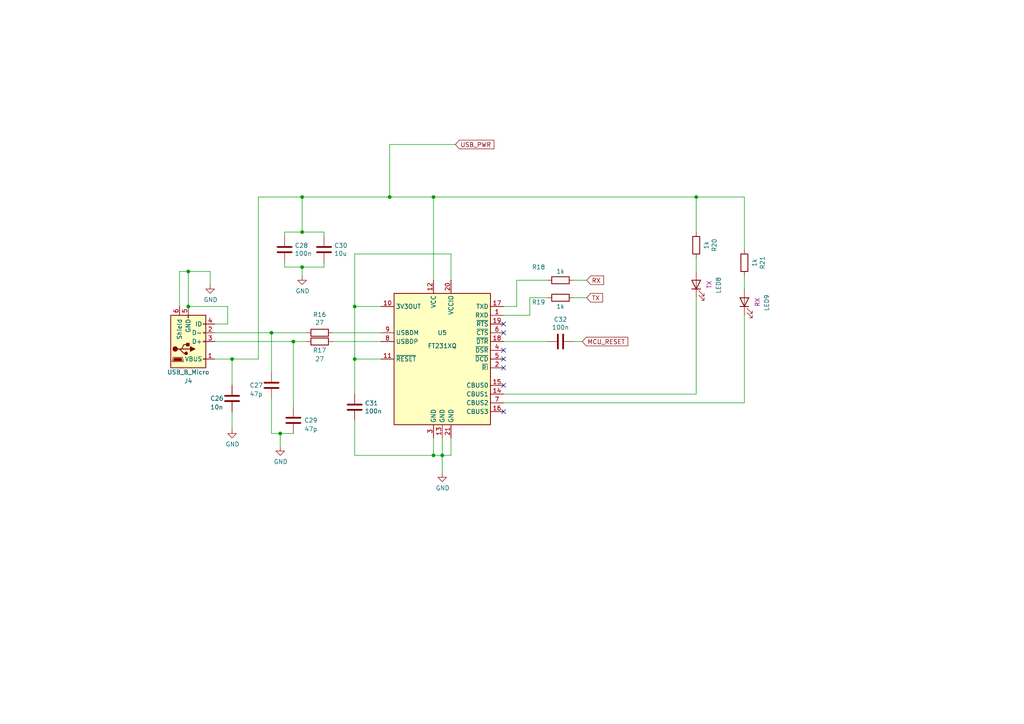
<source format=kicad_sch>
(kicad_sch (version 20230121) (generator eeschema)
  (paper "A4")
  (lib_symbols
    (symbol "Connector:USB_B_Micro" (pin_names (offset 1.016))
      (property "Reference" "J" (at -5.08 11.43 0))
      (property "Value" "USB_B_Micro" (at -5.08 8.89 0))
      (symbol "USB_B_Micro_0_1"
        (rectangle (start -5.08 -7.62) (end 5.08 7.62) (stroke (width 0.254)) (fill (type background)))
        (circle (center -3.81 2.159) (radius 0.635) (stroke (width 0.254)) (fill (type outline)))
        (circle (center -0.635 3.429) (radius 0.381) (stroke (width 0.254)) (fill (type outline)))
        (rectangle (start -0.127 -7.62) (end 0.127 -6.858))
        (polyline (pts (xy -1.905 2.159) (xy 0.635 2.159)) (stroke (width 0.254)))
        (polyline (pts (xy -3.175 2.159) (xy -2.54 2.159) (xy -1.27 3.429) (xy -0.635 3.429)) (stroke (width 0.254)))
        (polyline (pts (xy -2.54 2.159) (xy -1.905 2.159) (xy -1.27 0.889) (xy 0 0.889)) (stroke (width 0.254)))
        (polyline (pts (xy 0.635 2.794) (xy 0.635 1.524) (xy 1.905 2.159) (xy 0.635 2.794)) (stroke (width 0.254)) (fill (type outline)))
        (polyline (pts (xy -4.318 5.588) (xy -1.778 5.588) (xy -2.032 4.826) (xy -4.064 4.826) (xy -4.318 5.588)) (fill (type outline)))
        (polyline (pts (xy -4.699 5.842) (xy -4.699 5.588) (xy -4.445 4.826) (xy -4.445 4.572) (xy -1.651 4.572) (xy -1.651 4.826) (xy -1.397 5.588) (xy -1.397 5.842) (xy -4.699 5.842)))
        (rectangle (start 0.254 1.27) (end -0.508 0.508) (stroke (width 0.254)) (fill (type outline)))
        (rectangle (start 5.08 -5.207) (end 4.318 -4.953))
        (rectangle (start 5.08 -2.667) (end 4.318 -2.413))
        (rectangle (start 5.08 -0.127) (end 4.318 0.127))
        (rectangle (start 5.08 4.953) (end 4.318 5.207))
      )
      (symbol "USB_B_Micro_1_1"
        (pin power_out line (at 7.62 5.08 180) (length 2.54) (name "VBUS") (number "1"))
        (pin bidirectional line (at 7.62 -2.54 180) (length 2.54) (name "D-") (number "2"))
        (pin bidirectional line (at 7.62 0 180) (length 2.54) (name "D+") (number "3"))
        (pin passive line (at 7.62 -5.08 180) (length 2.54) (name "ID") (number "4"))
        (pin power_out line (at 0 -10.16 90) (length 2.54) (name "GND") (number "5"))
        (pin passive line (at -2.54 -10.16 90) (length 2.54) (name "Shield") (number "6"))
      )
    )
    (symbol "Device:C" (pin_numbers hide) (pin_names (offset 0.254))
      (property "Reference" "C" (at 0.635 2.54 0))
      (property "Value" "C" (at 0.635 -2.54 0))
      (symbol "C_0_1"
        (polyline (pts (xy -2.032 -0.762) (xy 2.032 -0.762)) (stroke (width 0.508)))
        (polyline (pts (xy -2.032 0.762) (xy 2.032 0.762)) (stroke (width 0.508)))
      )
      (symbol "C_1_1"
        (pin passive line (at 0 3.81 270) (length 2.794) (name "~") (number "1"))
        (pin passive line (at 0 -3.81 90) (length 2.794) (name "~") (number "2"))
      )
    )
    (symbol "Device:LED" (pin_numbers hide) (pin_names (offset 1.016) hide)
      (property "Reference" "D" (at 0 2.54 0))
      (property "Value" "LED" (at 0 -2.54 0))
      (symbol "LED_0_1"
        (polyline (pts (xy -1.27 -1.27) (xy -1.27 1.27)) (stroke (width 0.254)))
        (polyline (pts (xy -1.27 0) (xy 1.27 0)))
        (polyline (pts (xy 1.27 -1.27) (xy 1.27 1.27) (xy -1.27 0) (xy 1.27 -1.27)) (stroke (width 0.254)))
        (polyline (pts (xy -3.048 -0.762) (xy -4.572 -2.286) (xy -3.81 -2.286) (xy -4.572 -2.286) (xy -4.572 -1.524)))
        (polyline (pts (xy -1.778 -0.762) (xy -3.302 -2.286) (xy -2.54 -2.286) (xy -3.302 -2.286) (xy -3.302 -1.524)))
      )
      (symbol "LED_1_1"
        (pin passive line (at -3.81 0 0) (length 2.54) (name "K") (number "1"))
        (pin passive line (at 3.81 0 180) (length 2.54) (name "A") (number "2"))
      )
    )
    (symbol "Device:R" (pin_numbers hide) (pin_names (offset 0))
      (property "Reference" "R" (at 2.032 0 90))
      (property "Value" "R" (at 0 0 90))
      (symbol "R_0_1"
        (rectangle (start -1.016 -2.54) (end 1.016 2.54) (stroke (width 0.254)))
      )
      (symbol "R_1_1"
        (pin passive line (at 0 3.81 270) (length 1.27) (name "~") (number "1"))
        (pin passive line (at 0 -3.81 90) (length 1.27) (name "~") (number "2"))
      )
    )
    (symbol "Interface_USB:FT231XQ"
      (property "Reference" "U" (at -13.97 20.32 0))
      (property "Value" "FT231XQ" (at 6.35 20.32 0))
      (symbol "FT231XQ_0_1"
        (rectangle (start -13.97 19.05) (end 13.97 -19.05) (stroke (width 0.254)) (fill (type background)))
      )
      (symbol "FT231XQ_1_1"
        (pin input line (at 17.78 12.7 180) (length 3.81) (name "RXD") (number "1"))
        (pin power_out line (at -17.78 15.24 0) (length 3.81) (name "3V3OUT") (number "10"))
        (pin input line (at -17.78 0 0) (length 3.81) (name "~{RESET}") (number "11"))
        (pin power_in line (at -2.54 22.86 270) (length 3.81) (name "VCC") (number "12"))
        (pin power_in line (at 0 -22.86 90) (length 3.81) (name "GND") (number "13"))
        (pin bidirectional line (at 17.78 -10.16 180) (length 3.81) (name "CBUS1") (number "14"))
        (pin bidirectional line (at 17.78 -7.62 180) (length 3.81) (name "CBUS0") (number "15"))
        (pin bidirectional line (at 17.78 -15.24 180) (length 3.81) (name "CBUS3") (number "16"))
        (pin output line (at 17.78 15.24 180) (length 3.81) (name "TXD") (number "17"))
        (pin output line (at 17.78 5.08 180) (length 3.81) (name "~{DTR}") (number "18"))
        (pin output line (at 17.78 10.16 180) (length 3.81) (name "~{RTS}") (number "19"))
        (pin input line (at 17.78 -2.54 180) (length 3.81) (name "~{RI}") (number "2"))
        (pin power_in line (at 2.54 22.86 270) (length 3.81) (name "VCCIO") (number "20"))
        (pin power_in line (at 2.54 -22.86 90) (length 3.81) (name "GND") (number "21"))
        (pin power_in line (at -2.54 -22.86 90) (length 3.81) (name "GND") (number "3"))
        (pin input line (at 17.78 2.54 180) (length 3.81) (name "~{DSR}") (number "4"))
        (pin input line (at 17.78 0 180) (length 3.81) (name "~{DCD}") (number "5"))
        (pin input line (at 17.78 7.62 180) (length 3.81) (name "~{CTS}") (number "6"))
        (pin bidirectional line (at 17.78 -12.7 180) (length 3.81) (name "CBUS2") (number "7"))
        (pin bidirectional line (at -17.78 5.08 0) (length 3.81) (name "USBDP") (number "8"))
        (pin bidirectional line (at -17.78 7.62 0) (length 3.81) (name "USBDM") (number "9"))
      )
    )
    (symbol "power:GND" (power) (pin_names (offset 0))
      (property "Value" "GND" (at 0 -3.81 0))
      (symbol "GND_0_1"
        (polyline (pts (xy 0 0) (xy 0 -1.27) (xy 1.27 -1.27) (xy 0 -2.54) (xy -1.27 -1.27) (xy 0 -1.27)))
      )
      (symbol "GND_1_1"
        (pin power_in line (at 0 0 270) (length 0) hide (name "GND") (number "1"))
      )
    )
  )
  (junction (at 128.27 132.08))
  (junction (at 87.63 77.47))
  (junction (at 125.73 132.08))
  (junction (at 67.31 104.14))
  (junction (at 201.93 57.15))
  (junction (at 102.87 88.9))
  (junction (at 102.87 104.14))
  (junction (at 54.61 78.74))
  (junction (at 54.61 88.9))
  (junction (at 78.74 96.52))
  (junction (at 125.73 57.15))
  (junction (at 87.63 57.15))
  (junction (at 81.28 125.73))
  (junction (at 113.03 57.15))
  (junction (at 87.63 67.31))
  (junction (at 85.09 99.06))
  (no_connect (at 146.05 111.76))
  (no_connect (at 146.05 96.52))
  (no_connect (at 146.05 106.68))
  (no_connect (at 146.05 93.98))
  (no_connect (at 146.05 104.14))
  (no_connect (at 146.05 101.6))
  (no_connect (at 146.05 119.38))
  (wire (pts (xy 166.37 86.36) (xy 170.18 86.36)))
  (wire (pts (xy 166.37 81.28) (xy 170.18 81.28)))
  (wire (pts (xy 96.52 99.06) (xy 110.49 99.06)))
  (wire (pts (xy 128.27 127) (xy 128.27 132.08)))
  (wire (pts (xy 201.93 57.15) (xy 201.93 67.31)))
  (wire (pts (xy 81.28 129.54) (xy 81.28 125.73)))
  (wire (pts (xy 60.96 82.55) (xy 60.96 78.74)))
  (wire (pts (xy 201.93 114.3) (xy 201.93 86.36)))
  (wire (pts (xy 146.05 116.84) (xy 215.9 116.84)))
  (wire (pts (xy 54.61 88.9) (xy 54.61 78.74)))
  (wire (pts (xy 93.98 76.2) (xy 93.98 77.47)))
  (wire (pts (xy 62.23 99.06) (xy 85.09 99.06)))
  (wire (pts (xy 87.63 67.31) (xy 87.63 57.15)))
  (wire (pts (xy 130.81 132.08) (xy 130.81 127)))
  (wire (pts (xy 113.03 57.15) (xy 125.73 57.15)))
  (wire (pts (xy 113.03 41.91) (xy 113.03 57.15)))
  (wire (pts (xy 87.63 67.31) (xy 93.98 67.31)))
  (wire (pts (xy 110.49 104.14) (xy 102.87 104.14)))
  (wire (pts (xy 78.74 96.52) (xy 62.23 96.52)))
  (wire (pts (xy 54.61 78.74) (xy 60.96 78.74)))
  (wire (pts (xy 52.07 88.9) (xy 52.07 78.74)))
  (wire (pts (xy 102.87 121.92) (xy 102.87 132.08)))
  (wire (pts (xy 66.04 93.98) (xy 66.04 88.9)))
  (wire (pts (xy 85.09 118.11) (xy 85.09 99.06)))
  (wire (pts (xy 93.98 67.31) (xy 93.98 68.58)))
  (wire (pts (xy 88.9 96.52) (xy 78.74 96.52)))
  (wire (pts (xy 146.05 114.3) (xy 201.93 114.3)))
  (wire (pts (xy 74.93 104.14) (xy 74.93 57.15)))
  (wire (pts (xy 158.75 81.28) (xy 149.86 81.28)))
  (wire (pts (xy 78.74 107.95) (xy 78.74 96.52)))
  (wire (pts (xy 93.98 77.47) (xy 87.63 77.47)))
  (wire (pts (xy 96.52 96.52) (xy 110.49 96.52)))
  (wire (pts (xy 215.9 80.01) (xy 215.9 83.82)))
  (wire (pts (xy 215.9 57.15) (xy 215.9 72.39)))
  (wire (pts (xy 110.49 88.9) (xy 102.87 88.9)))
  (wire (pts (xy 82.55 67.31) (xy 87.63 67.31)))
  (wire (pts (xy 82.55 68.58) (xy 82.55 67.31)))
  (wire (pts (xy 85.09 99.06) (xy 88.9 99.06)))
  (wire (pts (xy 52.07 78.74) (xy 54.61 78.74)))
  (wire (pts (xy 82.55 77.47) (xy 87.63 77.47)))
  (wire (pts (xy 201.93 74.93) (xy 201.93 78.74)))
  (wire (pts (xy 102.87 132.08) (xy 125.73 132.08)))
  (wire (pts (xy 128.27 137.16) (xy 128.27 132.08)))
  (wire (pts (xy 78.74 115.57) (xy 78.74 125.73)))
  (wire (pts (xy 67.31 104.14) (xy 74.93 104.14)))
  (wire (pts (xy 149.86 81.28) (xy 149.86 88.9)))
  (wire (pts (xy 125.73 81.28) (xy 125.73 57.15)))
  (wire (pts (xy 81.28 125.73) (xy 85.09 125.73)))
  (wire (pts (xy 102.87 88.9) (xy 102.87 73.66)))
  (wire (pts (xy 102.87 104.14) (xy 102.87 88.9)))
  (wire (pts (xy 67.31 119.38) (xy 67.31 124.46)))
  (wire (pts (xy 215.9 116.84) (xy 215.9 91.44)))
  (wire (pts (xy 166.37 99.06) (xy 168.91 99.06)))
  (wire (pts (xy 74.93 57.15) (xy 87.63 57.15)))
  (wire (pts (xy 128.27 132.08) (xy 130.81 132.08)))
  (wire (pts (xy 87.63 57.15) (xy 113.03 57.15)))
  (wire (pts (xy 62.23 104.14) (xy 67.31 104.14)))
  (wire (pts (xy 78.74 125.73) (xy 81.28 125.73)))
  (wire (pts (xy 102.87 73.66) (xy 130.81 73.66)))
  (wire (pts (xy 158.75 86.36) (xy 153.67 86.36)))
  (wire (pts (xy 146.05 99.06) (xy 158.75 99.06)))
  (wire (pts (xy 149.86 88.9) (xy 146.05 88.9)))
  (wire (pts (xy 82.55 76.2) (xy 82.55 77.47)))
  (wire (pts (xy 62.23 93.98) (xy 66.04 93.98)))
  (wire (pts (xy 125.73 57.15) (xy 201.93 57.15)))
  (wire (pts (xy 113.03 41.91) (xy 132.08 41.91)))
  (wire (pts (xy 130.81 81.28) (xy 130.81 73.66)))
  (wire (pts (xy 66.04 88.9) (xy 54.61 88.9)))
  (wire (pts (xy 215.9 57.15) (xy 201.93 57.15)))
  (wire (pts (xy 125.73 127) (xy 125.73 132.08)))
  (wire (pts (xy 102.87 104.14) (xy 102.87 114.3)))
  (wire (pts (xy 125.73 132.08) (xy 128.27 132.08)))
  (wire (pts (xy 87.63 77.47) (xy 87.63 80.01)))
  (wire (pts (xy 146.05 91.44) (xy 153.67 91.44)))
  (wire (pts (xy 67.31 111.76) (xy 67.31 104.14)))
  (wire (pts (xy 153.67 91.44) (xy 153.67 86.36)))
  (global_label "USB_PWR" (shape input) (at 132.08 41.91 0) (property "Intersheetrefs" "${INTERSHEET_REFS}" (effects hide)))
  (global_label "RX" (shape input) (at 170.18 81.28 0) (property "Intersheetrefs" "${INTERSHEET_REFS}" (effects hide)))
  (global_label "TX" (shape input) (at 170.18 86.36 0) (property "Intersheetrefs" "${INTERSHEET_REFS}" (effects hide)))
  (global_label "MCU_RESET" (shape input) (at 168.91 99.06 0) (property "Intersheetrefs" "${INTERSHEET_REFS}" (effects hide)))
  (symbol (lib_id "Device:LED") (at 215.9 87.63 90) (unit 1)
    (property "Reference" "LED9" (at 222.377 87.8078 0))
    (property "Value" "RX" (effects hide))
    (property "Footprint" "LED_SMD:LED_0603_1608Metric_Pad1.05x0.95mm_HandSolder" (effects hide))
    (property "Label" "RX" (at 219.71 87.63 0))
    (instances (project "DataIOTest" (path "" (reference "LED9") (unit 1)) (path "" (reference "LED10") (unit 1))) (project "unicheck" (path "" (reference "LED5") (unit 1)) (path "" (reference "LED?") (unit 1))))
  )
  (symbol (lib_id "power:GND") (at 87.63 80.01 0) (unit 1)
    (property "Reference" "#PWR047" (effects hide))
    (property "Value" "GND" (at 87.757 84.4042 0))
    (instances (project "DataIOTest" (path "" (reference "#PWR047") (unit 1)) (path "" (reference "#PWR026") (unit 1))) (project "unicheck" (path "" (reference "#PWR029") (unit 1)) (path "" (reference "#PWR?") (unit 1))))
  )
  (symbol (lib_id "Device:R") (at 92.71 96.52 270) (unit 1)
    (property "Reference" "R16" (at 92.71 91.2622 90))
    (property "Value" "27" (at 92.71 93.5736 90))
    (property "Footprint" "Resistor_SMD:R_0603_1608Metric" (effects hide))
    (instances (project "DataIOTest" (path "" (reference "R16") (unit 1)) (path "" (reference "R11") (unit 1))) (project "unicheck" (path "" (reference "R?") (unit 1)) (path "" (reference "R6") (unit 1))))
  )
  (symbol (lib_id "power:GND") (at 128.27 137.16 0) (unit 1)
    (property "Reference" "#PWR048" (effects hide))
    (property "Value" "GND" (at 128.397 141.5542 0))
    (instances (project "DataIOTest" (path "" (reference "#PWR048") (unit 1)) (path "" (reference "#PWR027") (unit 1))) (project "unicheck" (path "" (reference "#PWR030") (unit 1)) (path "" (reference "#PWR?") (unit 1))))
  )
  (symbol (lib_id "power:GND") (at 60.96 82.55 0) (unit 1)
    (property "Reference" "#PWR044" (effects hide))
    (property "Value" "GND" (at 61.087 86.9442 0))
    (instances (project "DataIOTest" (path "" (reference "#PWR044") (unit 1)) (path "" (reference "#PWR023") (unit 1))) (project "unicheck" (path "" (reference "#PWR026") (unit 1)) (path "" (reference "#PWR?") (unit 1))))
  )
  (symbol (lib_id "Device:LED") (at 201.93 82.55 90) (unit 1)
    (property "Reference" "LED8" (at 208.407 82.7278 0))
    (property "Value" "TX" (effects hide))
    (property "Footprint" "LED_SMD:LED_0603_1608Metric_Pad1.05x0.95mm_HandSolder" (effects hide))
    (property "Label" "TX" (at 205.74 82.55 0))
    (instances (project "DataIOTest" (path "" (reference "LED8") (unit 1)) (path "" (reference "LED9") (unit 1))) (project "unicheck" (path "" (reference "LED4") (unit 1)) (path "" (reference "LED?") (unit 1))))
  )
  (symbol (lib_id "Device:C") (at 67.31 115.57 180) (unit 1)
    (property "Reference" "C26" (at 60.96 115.57 0) (effects (justify right)))
    (property "Value" "10n" (at 60.96 118.11 0) (effects (justify right)))
    (property "Footprint" "Capacitor_SMD:C_0603_1608Metric" (effects hide))
    (instances (project "DataIOTest" (path "" (reference "C26") (unit 1)) (path "" (reference "C8") (unit 1))) (project "unicheck" (path "" (reference "C?") (unit 1)) (path "" (reference "C11") (unit 1))))
  )
  (symbol (lib_id "Device:R") (at 215.9 76.2 180) (unit 1)
    (property "Reference" "R21" (at 221.1578 76.2 90))
    (property "Value" "1k" (at 218.8464 76.2 90))
    (property "Footprint" "Resistor_SMD:R_0603_1608Metric" (effects hide))
    (instances (project "DataIOTest" (path "" (reference "R21") (unit 1)) (path "" (reference "R16") (unit 1))) (project "unicheck" (path "" (reference "R11") (unit 1)) (path "" (reference "R?") (unit 1))))
  )
  (symbol (lib_id "Device:R") (at 162.56 86.36 270) (unit 1)
    (property "Reference" "R19" (at 156.21 87.63 90))
    (property "Value" "1k" (at 162.56 88.9 90))
    (property "Footprint" "Resistor_SMD:R_0603_1608Metric" (effects hide))
    (instances (project "DataIOTest" (path "" (reference "R19") (unit 1)) (path "" (reference "R14") (unit 1))) (project "unicheck" (path "" (reference "R?") (unit 1)) (path "" (reference "R9") (unit 1))))
  )
  (symbol (lib_id "Connector:USB_B_Micro") (at 54.61 99.06 0) (mirror x) (unit 1)
    (property "Reference" "J4" (at 54.61 110.49 0))
    (property "Value" "USB_B_Micro" (at 54.61 107.95 0))
    (property "Footprint" "project-common:USB_Micro-B_10118193" (effects hide))
  )
  (symbol (lib_id "Device:R") (at 92.71 99.06 270) (unit 1)
    (property "Reference" "R17" (at 92.71 101.6 90))
    (property "Value" "27" (at 92.71 104.14 90))
    (property "Footprint" "Resistor_SMD:R_0603_1608Metric" (effects hide))
    (instances (project "DataIOTest" (path "" (reference "R17") (unit 1)) (path "" (reference "R12") (unit 1))) (project "unicheck" (path "" (reference "R?") (unit 1)) (path "" (reference "R7") (unit 1))))
  )
  (symbol (lib_id "power:GND") (at 81.28 129.54 0) (unit 1)
    (property "Reference" "#PWR046" (effects hide))
    (property "Value" "GND" (at 81.407 133.9342 0))
    (instances (project "DataIOTest" (path "" (reference "#PWR046") (unit 1)) (path "" (reference "#PWR025") (unit 1))) (project "unicheck" (path "" (reference "#PWR028") (unit 1)) (path "" (reference "#PWR?") (unit 1))))
  )
  (symbol (lib_id "Device:R") (at 201.93 71.12 180) (unit 1)
    (property "Reference" "R20" (at 207.1878 71.12 90))
    (property "Value" "1k" (at 204.8764 71.12 90))
    (property "Footprint" "Resistor_SMD:R_0603_1608Metric" (effects hide))
    (instances (project "DataIOTest" (path "" (reference "R20") (unit 1)) (path "" (reference "R15") (unit 1))) (project "unicheck" (path "" (reference "R10") (unit 1)) (path "" (reference "R?") (unit 1))))
  )
  (symbol (lib_id "power:GND") (at 67.31 124.46 0) (unit 1)
    (property "Reference" "#PWR045" (effects hide))
    (property "Value" "GND" (at 67.437 128.8542 0))
    (instances (project "DataIOTest" (path "" (reference "#PWR045") (unit 1)) (path "" (reference "#PWR024") (unit 1))) (project "unicheck" (path "" (reference "#PWR027") (unit 1)) (path "" (reference "#PWR?") (unit 1))))
  )
  (symbol (lib_id "Interface_USB:FT231XQ") (at 128.27 104.14 0) (unit 1)
    (property "Reference" "U5" (at 128.27 96.52 0))
    (property "Value" "FT231XQ" (at 128.27 100.33 0))
    (property "Footprint" "Package_DFN_QFN:QFN-20-1EP_4x4mm_P0.5mm_EP2.5x2.5mm" (effects hide))
    (property "Datasheet" "https://www.ftdichip.com/Support/Documents/DataSheets/ICs/DS_FT231X.pdf" (effects hide))
    (instances (project "DataIOTest" (path "" (reference "U5") (unit 1)) (path "" (reference "U2") (unit 1))) (project "unicheck" (path "" (reference "U?") (unit 1)) (path "" (reference "U3") (unit 1))))
  )
  (symbol (lib_id "Device:C") (at 85.09 121.92 180) (unit 1)
    (property "Reference" "C29" (at 90.17 121.92 0))
    (property "Value" "47p" (at 90.17 124.46 0))
    (property "Footprint" "Capacitor_SMD:C_0603_1608Metric" (effects hide))
    (instances (project "DataIOTest" (path "" (reference "C29") (unit 1)) (path "" (reference "C11") (unit 1))) (project "unicheck" (path "" (reference "C?") (unit 1)) (path "" (reference "C14") (unit 1))))
  )
  (symbol (lib_id "Device:C") (at 102.87 118.11 180) (unit 1)
    (property "Reference" "C31" (at 105.791 116.9416 0) (effects (justify right)))
    (property "Value" "100n" (at 105.791 119.253 0) (effects (justify right)))
    (property "Footprint" "Capacitor_SMD:C_0603_1608Metric" (effects hide))
    (instances (project "DataIOTest" (path "" (reference "C31") (unit 1)) (path "" (reference "C13") (unit 1))) (project "unicheck" (path "" (reference "C?") (unit 1)) (path "" (reference "C16") (unit 1))))
  )
  (symbol (lib_id "Device:C") (at 78.74 111.76 180) (unit 1)
    (property "Reference" "C27" (at 72.39 111.76 0) (effects (justify right)))
    (property "Value" "47p" (at 72.39 114.3 0) (effects (justify right)))
    (property "Footprint" "Capacitor_SMD:C_0603_1608Metric" (effects hide))
    (instances (project "DataIOTest" (path "" (reference "C27") (unit 1)) (path "" (reference "C9") (unit 1))) (project "unicheck" (path "" (reference "C?") (unit 1)) (path "" (reference "C12") (unit 1))))
  )
  (symbol (lib_id "Device:C") (at 162.56 99.06 270) (unit 1)
    (property "Reference" "C32" (at 162.56 92.6592 90))
    (property "Value" "100n" (at 162.56 94.9706 90))
    (property "Footprint" "Capacitor_SMD:C_0603_1608Metric" (effects hide))
    (instances (project "DataIOTest" (path "" (reference "C32") (unit 1)) (path "" (reference "C14") (unit 1))) (project "unicheck" (path "" (reference "C?") (unit 1)) (path "" (reference "C17") (unit 1))))
  )
  (symbol (lib_id "Device:C") (at 93.98 72.39 180) (unit 1)
    (property "Reference" "C30" (at 96.901 71.2216 0) (effects (justify right)))
    (property "Value" "10u" (at 96.901 73.533 0) (effects (justify right)))
    (property "Footprint" "Capacitor_SMD:C_0805_2012Metric" (effects hide))
    (instances (project "DataIOTest" (path "" (reference "C30") (unit 1)) (path "" (reference "C12") (unit 1))) (project "unicheck" (path "" (reference "C?") (unit 1)) (path "" (reference "C15") (unit 1))))
  )
  (symbol (lib_id "Device:R") (at 162.56 81.28 90) (unit 1)
    (property "Reference" "R18" (at 156.21 77.47 90))
    (property "Value" "1k" (at 162.56 78.74 90))
    (property "Footprint" "Resistor_SMD:R_0603_1608Metric" (effects hide))
    (instances (project "DataIOTest" (path "" (reference "R18") (unit 1)) (path "" (reference "R13") (unit 1))) (project "unicheck" (path "" (reference "R?") (unit 1)) (path "" (reference "R8") (unit 1))))
  )
  (symbol (lib_id "Device:C") (at 82.55 72.39 180) (unit 1)
    (property "Reference" "C28" (at 85.471 71.2216 0) (effects (justify right)))
    (property "Value" "100n" (at 85.471 73.533 0) (effects (justify right)))
    (property "Footprint" "Capacitor_SMD:C_0603_1608Metric" (effects hide))
    (instances (project "DataIOTest" (path "" (reference "C28") (unit 1)) (path "" (reference "C10") (unit 1))) (project "unicheck" (path "" (reference "C?") (unit 1)) (path "" (reference "C13") (unit 1))))
  )
)
</source>
